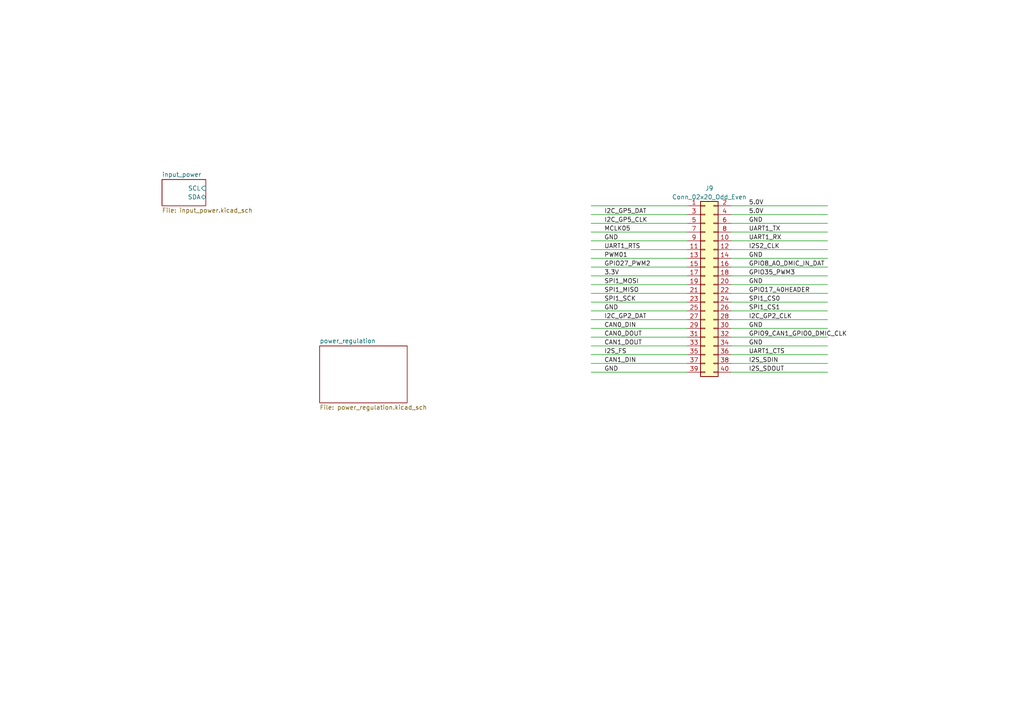
<source format=kicad_sch>
(kicad_sch (version 20230121) (generator eeschema)
  (paper "A4")
  (lib_symbols
    (symbol "Connector_Generic:Conn_02x20_Odd_Even" (pin_names (offset 1.016) hide)
      (property "Reference" "J" (at 1.27 25.4 0))
      (property "Value" "Conn_02x20_Odd_Even" (at 1.27 -27.94 0))
      (symbol "Conn_02x20_Odd_Even_1_1"
        (rectangle (start -1.27 -25.273) (end 0 -25.527) (stroke (width 0.1524)))
        (rectangle (start -1.27 -22.733) (end 0 -22.987) (stroke (width 0.1524)))
        (rectangle (start -1.27 -20.193) (end 0 -20.447) (stroke (width 0.1524)))
        (rectangle (start -1.27 -17.653) (end 0 -17.907) (stroke (width 0.1524)))
        (rectangle (start -1.27 -15.113) (end 0 -15.367) (stroke (width 0.1524)))
        (rectangle (start -1.27 -12.573) (end 0 -12.827) (stroke (width 0.1524)))
        (rectangle (start -1.27 -10.033) (end 0 -10.287) (stroke (width 0.1524)))
        (rectangle (start -1.27 -7.493) (end 0 -7.747) (stroke (width 0.1524)))
        (rectangle (start -1.27 -4.953) (end 0 -5.207) (stroke (width 0.1524)))
        (rectangle (start -1.27 -2.413) (end 0 -2.667) (stroke (width 0.1524)))
        (rectangle (start -1.27 0.127) (end 0 -0.127) (stroke (width 0.1524)))
        (rectangle (start -1.27 2.667) (end 0 2.413) (stroke (width 0.1524)))
        (rectangle (start -1.27 5.207) (end 0 4.953) (stroke (width 0.1524)))
        (rectangle (start -1.27 7.747) (end 0 7.493) (stroke (width 0.1524)))
        (rectangle (start -1.27 10.287) (end 0 10.033) (stroke (width 0.1524)))
        (rectangle (start -1.27 12.827) (end 0 12.573) (stroke (width 0.1524)))
        (rectangle (start -1.27 15.367) (end 0 15.113) (stroke (width 0.1524)))
        (rectangle (start -1.27 17.907) (end 0 17.653) (stroke (width 0.1524)))
        (rectangle (start -1.27 20.447) (end 0 20.193) (stroke (width 0.1524)))
        (rectangle (start -1.27 22.987) (end 0 22.733) (stroke (width 0.1524)))
        (rectangle (start -1.27 24.13) (end 3.81 -26.67) (stroke (width 0.254)) (fill (type background)))
        (rectangle (start 3.81 -25.273) (end 2.54 -25.527) (stroke (width 0.1524)))
        (rectangle (start 3.81 -22.733) (end 2.54 -22.987) (stroke (width 0.1524)))
        (rectangle (start 3.81 -20.193) (end 2.54 -20.447) (stroke (width 0.1524)))
        (rectangle (start 3.81 -17.653) (end 2.54 -17.907) (stroke (width 0.1524)))
        (rectangle (start 3.81 -15.113) (end 2.54 -15.367) (stroke (width 0.1524)))
        (rectangle (start 3.81 -12.573) (end 2.54 -12.827) (stroke (width 0.1524)))
        (rectangle (start 3.81 -10.033) (end 2.54 -10.287) (stroke (width 0.1524)))
        (rectangle (start 3.81 -7.493) (end 2.54 -7.747) (stroke (width 0.1524)))
        (rectangle (start 3.81 -4.953) (end 2.54 -5.207) (stroke (width 0.1524)))
        (rectangle (start 3.81 -2.413) (end 2.54 -2.667) (stroke (width 0.1524)))
        (rectangle (start 3.81 0.127) (end 2.54 -0.127) (stroke (width 0.1524)))
        (rectangle (start 3.81 2.667) (end 2.54 2.413) (stroke (width 0.1524)))
        (rectangle (start 3.81 5.207) (end 2.54 4.953) (stroke (width 0.1524)))
        (rectangle (start 3.81 7.747) (end 2.54 7.493) (stroke (width 0.1524)))
        (rectangle (start 3.81 10.287) (end 2.54 10.033) (stroke (width 0.1524)))
        (rectangle (start 3.81 12.827) (end 2.54 12.573) (stroke (width 0.1524)))
        (rectangle (start 3.81 15.367) (end 2.54 15.113) (stroke (width 0.1524)))
        (rectangle (start 3.81 17.907) (end 2.54 17.653) (stroke (width 0.1524)))
        (rectangle (start 3.81 20.447) (end 2.54 20.193) (stroke (width 0.1524)))
        (rectangle (start 3.81 22.987) (end 2.54 22.733) (stroke (width 0.1524)))
        (pin passive line (at -5.08 22.86 0) (length 3.81) (name "Pin_1") (number "1"))
        (pin passive line (at 7.62 12.7 180) (length 3.81) (name "Pin_10") (number "10"))
        (pin passive line (at -5.08 10.16 0) (length 3.81) (name "Pin_11") (number "11"))
        (pin passive line (at 7.62 10.16 180) (length 3.81) (name "Pin_12") (number "12"))
        (pin passive line (at -5.08 7.62 0) (length 3.81) (name "Pin_13") (number "13"))
        (pin passive line (at 7.62 7.62 180) (length 3.81) (name "Pin_14") (number "14"))
        (pin passive line (at -5.08 5.08 0) (length 3.81) (name "Pin_15") (number "15"))
        (pin passive line (at 7.62 5.08 180) (length 3.81) (name "Pin_16") (number "16"))
        (pin passive line (at -5.08 2.54 0) (length 3.81) (name "Pin_17") (number "17"))
        (pin passive line (at 7.62 2.54 180) (length 3.81) (name "Pin_18") (number "18"))
        (pin passive line (at -5.08 0 0) (length 3.81) (name "Pin_19") (number "19"))
        (pin passive line (at 7.62 22.86 180) (length 3.81) (name "Pin_2") (number "2"))
        (pin passive line (at 7.62 0 180) (length 3.81) (name "Pin_20") (number "20"))
        (pin passive line (at -5.08 -2.54 0) (length 3.81) (name "Pin_21") (number "21"))
        (pin passive line (at 7.62 -2.54 180) (length 3.81) (name "Pin_22") (number "22"))
        (pin passive line (at -5.08 -5.08 0) (length 3.81) (name "Pin_23") (number "23"))
        (pin passive line (at 7.62 -5.08 180) (length 3.81) (name "Pin_24") (number "24"))
        (pin passive line (at -5.08 -7.62 0) (length 3.81) (name "Pin_25") (number "25"))
        (pin passive line (at 7.62 -7.62 180) (length 3.81) (name "Pin_26") (number "26"))
        (pin passive line (at -5.08 -10.16 0) (length 3.81) (name "Pin_27") (number "27"))
        (pin passive line (at 7.62 -10.16 180) (length 3.81) (name "Pin_28") (number "28"))
        (pin passive line (at -5.08 -12.7 0) (length 3.81) (name "Pin_29") (number "29"))
        (pin passive line (at -5.08 20.32 0) (length 3.81) (name "Pin_3") (number "3"))
        (pin passive line (at 7.62 -12.7 180) (length 3.81) (name "Pin_30") (number "30"))
        (pin passive line (at -5.08 -15.24 0) (length 3.81) (name "Pin_31") (number "31"))
        (pin passive line (at 7.62 -15.24 180) (length 3.81) (name "Pin_32") (number "32"))
        (pin passive line (at -5.08 -17.78 0) (length 3.81) (name "Pin_33") (number "33"))
        (pin passive line (at 7.62 -17.78 180) (length 3.81) (name "Pin_34") (number "34"))
        (pin passive line (at -5.08 -20.32 0) (length 3.81) (name "Pin_35") (number "35"))
        (pin passive line (at 7.62 -20.32 180) (length 3.81) (name "Pin_36") (number "36"))
        (pin passive line (at -5.08 -22.86 0) (length 3.81) (name "Pin_37") (number "37"))
        (pin passive line (at 7.62 -22.86 180) (length 3.81) (name "Pin_38") (number "38"))
        (pin passive line (at -5.08 -25.4 0) (length 3.81) (name "Pin_39") (number "39"))
        (pin passive line (at 7.62 20.32 180) (length 3.81) (name "Pin_4") (number "4"))
        (pin passive line (at 7.62 -25.4 180) (length 3.81) (name "Pin_40") (number "40"))
        (pin passive line (at -5.08 17.78 0) (length 3.81) (name "Pin_5") (number "5"))
        (pin passive line (at 7.62 17.78 180) (length 3.81) (name "Pin_6") (number "6"))
        (pin passive line (at -5.08 15.24 0) (length 3.81) (name "Pin_7") (number "7"))
        (pin passive line (at 7.62 15.24 180) (length 3.81) (name "Pin_8") (number "8"))
        (pin passive line (at -5.08 12.7 0) (length 3.81) (name "Pin_9") (number "9"))
      )
    )
  )
  (wire (pts (xy 212.09 105.41) (xy 240.03 105.41)))
  (wire (pts (xy 212.09 59.69) (xy 240.03 59.69)))
  (wire (pts (xy 212.09 92.71) (xy 240.03 92.71)))
  (wire (pts (xy 171.45 105.41) (xy 199.39 105.41)))
  (wire (pts (xy 171.45 72.39) (xy 199.39 72.39)))
  (wire (pts (xy 212.09 74.93) (xy 240.03 74.93)))
  (wire (pts (xy 212.09 77.47) (xy 240.03 77.47)))
  (wire (pts (xy 171.45 69.85) (xy 199.39 69.85)))
  (wire (pts (xy 212.09 100.33) (xy 240.03 100.33)))
  (wire (pts (xy 171.45 97.79) (xy 199.39 97.79)))
  (wire (pts (xy 212.09 95.25) (xy 240.03 95.25)))
  (wire (pts (xy 171.45 102.87) (xy 199.39 102.87)))
  (wire (pts (xy 171.45 92.71) (xy 199.39 92.71)))
  (wire (pts (xy 212.09 85.09) (xy 240.03 85.09)))
  (wire (pts (xy 171.45 64.77) (xy 199.39 64.77)))
  (wire (pts (xy 171.45 59.69) (xy 199.39 59.69)))
  (wire (pts (xy 212.09 69.85) (xy 240.03 69.85)))
  (wire (pts (xy 212.09 62.23) (xy 240.03 62.23)))
  (wire (pts (xy 171.45 107.95) (xy 199.39 107.95)))
  (wire (pts (xy 171.45 95.25) (xy 199.39 95.25)))
  (wire (pts (xy 171.45 90.17) (xy 199.39 90.17)))
  (wire (pts (xy 212.09 82.55) (xy 240.03 82.55)))
  (wire (pts (xy 212.09 102.87) (xy 240.03 102.87)))
  (wire (pts (xy 212.09 67.31) (xy 240.03 67.31)))
  (wire (pts (xy 171.45 77.47) (xy 199.39 77.47)))
  (wire (pts (xy 212.09 64.77) (xy 240.03 64.77)))
  (wire (pts (xy 212.09 90.17) (xy 240.03 90.17)))
  (wire (pts (xy 171.45 82.55) (xy 199.39 82.55)))
  (wire (pts (xy 212.09 72.39) (xy 240.03 72.39)))
  (wire (pts (xy 171.45 62.23) (xy 199.39 62.23)))
  (wire (pts (xy 212.09 80.01) (xy 240.03 80.01)))
  (wire (pts (xy 171.45 87.63) (xy 199.39 87.63)))
  (wire (pts (xy 212.09 107.95) (xy 240.03 107.95)))
  (wire (pts (xy 171.45 67.31) (xy 199.39 67.31)))
  (wire (pts (xy 171.45 80.01) (xy 199.39 80.01)))
  (wire (pts (xy 171.45 85.09) (xy 199.39 85.09)))
  (wire (pts (xy 212.09 87.63) (xy 240.03 87.63)))
  (wire (pts (xy 171.45 100.33) (xy 199.39 100.33)))
  (wire (pts (xy 212.09 97.79) (xy 240.03 97.79)))
  (wire (pts (xy 171.45 74.93) (xy 199.39 74.93)))
  (label "GND" (at 217.17 64.77 0))
  (label "GND" (at 217.17 74.93 0))
  (label "SPI1_MOSI" (at 175.26 82.55 0))
  (label "5.0V" (at 217.17 59.69 0))
  (label "GPIO9_CAN1_GPIO0_DMIC_CLK" (at 217.17 97.79 0))
  (label "3.3V" (at 175.26 80.01 0))
  (label "I2C_GP2_CLK" (at 217.17 92.71 0))
  (label "GND" (at 217.17 95.25 0))
  (label "SPI1_CS1" (at 217.17 90.17 0))
  (label "GND" (at 175.26 107.95 0))
  (label "MCLK05" (at 175.26 67.31 0))
  (label "CAN1_DIN" (at 175.26 105.41 0))
  (label "I2C_GP5_CLK" (at 175.26 64.77 0))
  (label "CAN0_DOUT" (at 175.26 97.79 0))
  (label "I2C_GP5_DAT" (at 175.26 62.23 0))
  (label "SPI1_CS0" (at 217.17 87.63 0))
  (label "SPI1_SCK" (at 175.26 87.63 0))
  (label "UART1_RX" (at 217.17 69.85 0))
  (label "GND" (at 175.26 90.17 0))
  (label "CAN1_DOUT" (at 175.26 100.33 0))
  (label "GND" (at 217.17 100.33 0))
  (label "I2C_GP2_DAT" (at 175.26 92.71 0))
  (label "I2S2_CLK" (at 217.17 72.39 0))
  (label "UART1_TX" (at 217.17 67.31 0))
  (label "UART1_RTS" (at 175.26 72.39 0))
  (label "I2S_SDIN" (at 217.17 105.41 0))
  (label "GPIO27_PWM2" (at 175.26 77.47 0))
  (label "UART1_CTS" (at 217.17 102.87 0))
  (label "5.0V" (at 217.17 62.23 0))
  (label "CAN0_DIN" (at 175.26 95.25 0))
  (label "GPIO8_AO_DMIC_IN_DAT" (at 217.17 77.47 0))
  (label "I2S_SDOUT" (at 217.17 107.95 0))
  (label "GPIO17_40HEADER" (at 217.17 85.09 0))
  (label "GPIO35_PWM3" (at 217.17 80.01 0))
  (label "GND" (at 217.17 82.55 0))
  (label "GND" (at 175.26 69.85 0))
  (label "I2S_FS" (at 175.26 102.87 0))
  (label "PWM01" (at 175.26 74.93 0))
  (label "SPI1_MISO" (at 175.26 85.09 0))
  (symbol (lib_id "Connector_Generic:Conn_02x20_Odd_Even") (at 204.47 82.55 0) (unit 1)
    (property "Reference" "J9" (at 205.74 54.61 0))
    (property "Value" "Conn_02x20_Odd_Even" (at 205.74 57.15 0))
  )
  (sheet (at 92.71 100.33) (size 25.4 16.51) (stroke (width 0.1524))
    (property "Sheetname" "power_regulation" (at 92.71 99.6184 0) (effects (justify left bottom)))
    (property "Sheetfile" "power_regulation.kicad_sch" (at 92.71 117.4246 0) (effects (justify left top)))
  )
  (sheet (at 46.99 52.07) (size 12.7 7.62) (stroke (width 0.1524))
    (property "Sheetname" "input_power" (at 46.99 51.3584 0) (effects (justify left bottom)))
    (property "Sheetfile" "input_power.kicad_sch" (at 46.99 60.2746 0) (effects (justify left top)))
    (pin "SCL" input (at 59.69 54.61 0))
    (pin "SDA" bidirectional (at 59.69 57.15 0))
  )
)
</source>
